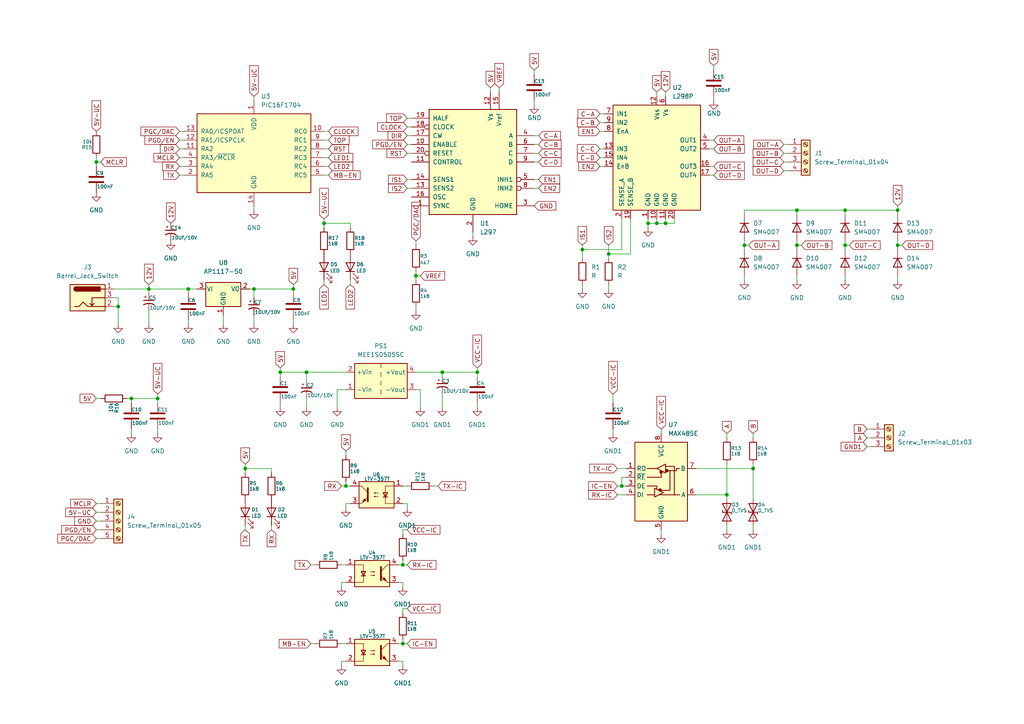
<source format=kicad_sch>
(kicad_sch (version 20211123) (generator eeschema)
  (paper "A4")
  (junction (at 116.84 186.69))
  (junction (at 43.18 83.82))
  (junction (at 180.34 140.97))
  (junction (at 193.04 64.77))
  (junction (at 120.65 80.01))
  (junction (at 34.29 88.9))
  (junction (at 54.61 83.82))
  (junction (at 245.11 71.12))
  (junction (at 116.84 163.83))
  (junction (at 210.82 143.51))
  (junction (at 245.11 60.96))
  (junction (at 260.35 60.96))
  (junction (at 93.98 64.77))
  (junction (at 218.44 135.89))
  (junction (at 190.5 64.77))
  (junction (at 27.94 46.99))
  (junction (at 260.35 71.12))
  (junction (at 100.33 140.97))
  (junction (at 85.09 83.82))
  (junction (at 38.1 115.57))
  (junction (at 88.9 107.95))
  (junction (at 168.91 72.39))
  (junction (at 231.14 71.12))
  (junction (at 45.72 115.57))
  (junction (at 176.53 73.66))
  (junction (at 215.9 71.12))
  (junction (at 71.12 135.89))
  (junction (at 128.27 107.95))
  (junction (at 231.14 60.96))
  (junction (at 73.66 83.82))
  (junction (at 81.28 107.95))
  (junction (at 187.96 64.77))
  (junction (at 138.43 107.95))
  (wire (pts (xy 180.34 63.5) (xy 180.34 72.39)))
  (wire (pts (xy 156.21 54.61) (xy 154.94 54.61)))
  (wire (pts (xy 85.09 83.82) (xy 85.09 85.09)))
  (wire (pts (xy 260.35 59.69) (xy 260.35 60.96)))
  (wire (pts (xy 179.07 143.51) (xy 181.61 143.51)))
  (wire (pts (xy 120.65 90.17) (xy 120.65 88.9)))
  (wire (pts (xy 251.46 127) (xy 252.73 127)))
  (wire (pts (xy 118.11 176.53) (xy 116.84 176.53)))
  (wire (pts (xy 101.6 66.04) (xy 101.6 64.77)))
  (wire (pts (xy 52.07 38.1) (xy 53.34 38.1)))
  (wire (pts (xy 118.11 41.91) (xy 119.38 41.91)))
  (wire (pts (xy 231.14 71.12) (xy 231.14 72.39)))
  (wire (pts (xy 190.5 63.5) (xy 190.5 64.77)))
  (wire (pts (xy 168.91 72.39) (xy 180.34 72.39)))
  (wire (pts (xy 34.29 88.9) (xy 34.29 93.98)))
  (wire (pts (xy 181.61 138.43) (xy 180.34 138.43)))
  (wire (pts (xy 100.33 146.05) (xy 100.33 147.32)))
  (wire (pts (xy 121.92 113.03) (xy 121.92 118.11)))
  (wire (pts (xy 45.72 125.73) (xy 45.72 124.46)))
  (wire (pts (xy 45.72 115.57) (xy 45.72 116.84)))
  (wire (pts (xy 116.84 191.77) (xy 116.84 193.04)))
  (wire (pts (xy 154.94 29.21) (xy 154.94 30.48)))
  (wire (pts (xy 207.01 48.26) (xy 205.74 48.26)))
  (wire (pts (xy 33.02 88.9) (xy 34.29 88.9)))
  (wire (pts (xy 144.78 25.4) (xy 144.78 26.67)))
  (wire (pts (xy 210.82 125.73) (xy 210.82 127)))
  (wire (pts (xy 215.9 69.85) (xy 215.9 71.12)))
  (wire (pts (xy 99.06 170.18) (xy 99.06 168.91)))
  (wire (pts (xy 118.11 52.07) (xy 119.38 52.07)))
  (wire (pts (xy 100.33 191.77) (xy 99.06 191.77)))
  (wire (pts (xy 71.12 135.89) (xy 71.12 137.16)))
  (wire (pts (xy 52.07 48.26) (xy 53.34 48.26)))
  (wire (pts (xy 191.77 154.94) (xy 191.77 153.67)))
  (wire (pts (xy 137.16 68.58) (xy 137.16 67.31)))
  (wire (pts (xy 27.94 151.13) (xy 29.21 151.13)))
  (wire (pts (xy 27.94 46.99) (xy 27.94 48.26)))
  (wire (pts (xy 142.24 25.4) (xy 142.24 26.67)))
  (wire (pts (xy 27.94 115.57) (xy 29.21 115.57)))
  (wire (pts (xy 88.9 107.95) (xy 88.9 110.49)))
  (wire (pts (xy 118.11 39.37) (xy 119.38 39.37)))
  (wire (pts (xy 173.99 38.1) (xy 175.26 38.1)))
  (wire (pts (xy 138.43 106.68) (xy 138.43 107.95)))
  (wire (pts (xy 93.98 45.72) (xy 95.25 45.72)))
  (wire (pts (xy 73.66 27.94) (xy 73.66 29.21)))
  (wire (pts (xy 116.84 146.05) (xy 118.11 146.05)))
  (wire (pts (xy 207.01 50.8) (xy 205.74 50.8)))
  (wire (pts (xy 210.82 143.51) (xy 210.82 144.78)))
  (wire (pts (xy 95.25 50.8) (xy 93.98 50.8)))
  (wire (pts (xy 173.99 33.02) (xy 175.26 33.02)))
  (wire (pts (xy 227.33 41.91) (xy 228.6 41.91)))
  (wire (pts (xy 168.91 71.12) (xy 168.91 72.39)))
  (wire (pts (xy 116.84 153.67) (xy 116.84 154.94)))
  (wire (pts (xy 168.91 74.93) (xy 168.91 72.39)))
  (wire (pts (xy 120.65 80.01) (xy 120.65 81.28)))
  (wire (pts (xy 201.93 135.89) (xy 218.44 135.89)))
  (wire (pts (xy 260.35 71.12) (xy 261.62 71.12)))
  (wire (pts (xy 260.35 60.96) (xy 260.35 62.23)))
  (wire (pts (xy 90.17 163.83) (xy 91.44 163.83)))
  (wire (pts (xy 215.9 62.23) (xy 215.9 60.96)))
  (wire (pts (xy 81.28 107.95) (xy 88.9 107.95)))
  (wire (pts (xy 231.14 69.85) (xy 231.14 71.12)))
  (wire (pts (xy 101.6 64.77) (xy 93.98 64.77)))
  (wire (pts (xy 231.14 60.96) (xy 231.14 62.23)))
  (wire (pts (xy 43.18 93.98) (xy 43.18 90.17)))
  (wire (pts (xy 64.77 93.98) (xy 64.77 91.44)))
  (wire (pts (xy 93.98 82.55) (xy 93.98 81.28)))
  (wire (pts (xy 95.25 43.18) (xy 93.98 43.18)))
  (wire (pts (xy 38.1 115.57) (xy 38.1 116.84)))
  (wire (pts (xy 27.94 148.59) (xy 29.21 148.59)))
  (wire (pts (xy 118.11 44.45) (xy 119.38 44.45)))
  (wire (pts (xy 116.84 168.91) (xy 116.84 170.18)))
  (wire (pts (xy 138.43 107.95) (xy 138.43 109.22)))
  (wire (pts (xy 73.66 93.98) (xy 73.66 91.44)))
  (wire (pts (xy 115.57 186.69) (xy 116.84 186.69)))
  (wire (pts (xy 207.01 40.64) (xy 205.74 40.64)))
  (wire (pts (xy 97.79 118.11) (xy 97.79 113.03)))
  (wire (pts (xy 193.04 63.5) (xy 193.04 64.77)))
  (wire (pts (xy 36.83 115.57) (xy 38.1 115.57)))
  (wire (pts (xy 27.94 45.72) (xy 27.94 46.99)))
  (wire (pts (xy 251.46 129.54) (xy 252.73 129.54)))
  (wire (pts (xy 245.11 60.96) (xy 260.35 60.96)))
  (wire (pts (xy 73.66 60.96) (xy 73.66 59.69)))
  (wire (pts (xy 245.11 69.85) (xy 245.11 71.12)))
  (wire (pts (xy 100.33 107.95) (xy 88.9 107.95)))
  (wire (pts (xy 154.94 20.32) (xy 154.94 21.59)))
  (wire (pts (xy 187.96 64.77) (xy 190.5 64.77)))
  (wire (pts (xy 190.5 64.77) (xy 193.04 64.77)))
  (wire (pts (xy 260.35 71.12) (xy 260.35 72.39)))
  (wire (pts (xy 156.21 52.07) (xy 154.94 52.07)))
  (wire (pts (xy 215.9 71.12) (xy 217.17 71.12)))
  (wire (pts (xy 195.58 63.5) (xy 195.58 64.77)))
  (wire (pts (xy 45.72 114.3) (xy 45.72 115.57)))
  (wire (pts (xy 245.11 81.28) (xy 245.11 80.01)))
  (wire (pts (xy 227.33 46.99) (xy 228.6 46.99)))
  (wire (pts (xy 88.9 118.11) (xy 88.9 115.57)))
  (wire (pts (xy 118.11 54.61) (xy 119.38 54.61)))
  (wire (pts (xy 78.74 137.16) (xy 78.74 135.89)))
  (wire (pts (xy 191.77 124.46) (xy 191.77 125.73)))
  (wire (pts (xy 85.09 93.98) (xy 85.09 92.71)))
  (wire (pts (xy 72.39 83.82) (xy 73.66 83.82)))
  (wire (pts (xy 215.9 60.96) (xy 231.14 60.96)))
  (wire (pts (xy 227.33 49.53) (xy 228.6 49.53)))
  (wire (pts (xy 38.1 115.57) (xy 45.72 115.57)))
  (wire (pts (xy 99.06 186.69) (xy 100.33 186.69)))
  (wire (pts (xy 27.94 46.99) (xy 29.21 46.99)))
  (wire (pts (xy 125.73 140.97) (xy 127 140.97)))
  (wire (pts (xy 180.34 138.43) (xy 180.34 140.97)))
  (wire (pts (xy 177.8 125.73) (xy 177.8 124.46)))
  (wire (pts (xy 118.11 140.97) (xy 116.84 140.97)))
  (wire (pts (xy 173.99 48.26) (xy 175.26 48.26)))
  (wire (pts (xy 73.66 83.82) (xy 85.09 83.82)))
  (wire (pts (xy 245.11 71.12) (xy 245.11 72.39)))
  (wire (pts (xy 52.07 40.64) (xy 53.34 40.64)))
  (wire (pts (xy 27.94 153.67) (xy 29.21 153.67)))
  (wire (pts (xy 251.46 124.46) (xy 252.73 124.46)))
  (wire (pts (xy 128.27 107.95) (xy 128.27 109.22)))
  (wire (pts (xy 193.04 26.67) (xy 193.04 27.94)))
  (wire (pts (xy 100.33 139.7) (xy 100.33 140.97)))
  (wire (pts (xy 215.9 81.28) (xy 215.9 80.01)))
  (wire (pts (xy 215.9 71.12) (xy 215.9 72.39)))
  (wire (pts (xy 180.34 140.97) (xy 181.61 140.97)))
  (wire (pts (xy 34.29 86.36) (xy 34.29 88.9)))
  (wire (pts (xy 33.02 83.82) (xy 43.18 83.82)))
  (wire (pts (xy 101.6 146.05) (xy 100.33 146.05)))
  (wire (pts (xy 100.33 140.97) (xy 101.6 140.97)))
  (wire (pts (xy 38.1 125.73) (xy 38.1 124.46)))
  (wire (pts (xy 81.28 107.95) (xy 81.28 109.22)))
  (wire (pts (xy 245.11 60.96) (xy 245.11 62.23)))
  (wire (pts (xy 218.44 125.73) (xy 218.44 127)))
  (wire (pts (xy 71.12 134.62) (xy 71.12 135.89)))
  (wire (pts (xy 176.53 74.93) (xy 176.53 73.66)))
  (wire (pts (xy 118.11 36.83) (xy 119.38 36.83)))
  (wire (pts (xy 120.65 78.74) (xy 120.65 80.01)))
  (wire (pts (xy 54.61 83.82) (xy 43.18 83.82)))
  (wire (pts (xy 218.44 135.89) (xy 218.44 144.78)))
  (wire (pts (xy 116.84 176.53) (xy 116.84 177.8)))
  (wire (pts (xy 176.53 83.82) (xy 176.53 82.55)))
  (wire (pts (xy 218.44 134.62) (xy 218.44 135.89)))
  (wire (pts (xy 120.65 80.01) (xy 121.92 80.01)))
  (wire (pts (xy 156.21 46.99) (xy 154.94 46.99)))
  (wire (pts (xy 207.01 19.05) (xy 207.01 20.32)))
  (wire (pts (xy 179.07 135.89) (xy 181.61 135.89)))
  (wire (pts (xy 52.07 43.18) (xy 53.34 43.18)))
  (wire (pts (xy 93.98 48.26) (xy 95.25 48.26)))
  (wire (pts (xy 176.53 71.12) (xy 176.53 73.66)))
  (wire (pts (xy 27.94 156.21) (xy 29.21 156.21)))
  (wire (pts (xy 115.57 191.77) (xy 116.84 191.77)))
  (wire (pts (xy 231.14 60.96) (xy 245.11 60.96)))
  (wire (pts (xy 33.02 86.36) (xy 34.29 86.36)))
  (wire (pts (xy 85.09 82.55) (xy 85.09 83.82)))
  (wire (pts (xy 100.33 130.81) (xy 100.33 132.08)))
  (wire (pts (xy 73.66 83.82) (xy 73.66 86.36)))
  (wire (pts (xy 128.27 118.11) (xy 128.27 114.3)))
  (wire (pts (xy 128.27 107.95) (xy 138.43 107.95)))
  (wire (pts (xy 118.11 34.29) (xy 119.38 34.29)))
  (wire (pts (xy 99.06 191.77) (xy 99.06 193.04)))
  (wire (pts (xy 187.96 64.77) (xy 187.96 66.04)))
  (wire (pts (xy 201.93 143.51) (xy 210.82 143.51)))
  (wire (pts (xy 116.84 162.56) (xy 116.84 163.83)))
  (wire (pts (xy 231.14 81.28) (xy 231.14 80.01)))
  (wire (pts (xy 115.57 168.91) (xy 116.84 168.91)))
  (wire (pts (xy 156.21 39.37) (xy 154.94 39.37)))
  (wire (pts (xy 156.21 44.45) (xy 154.94 44.45)))
  (wire (pts (xy 116.84 186.69) (xy 118.11 186.69)))
  (wire (pts (xy 118.11 146.05) (xy 118.11 147.32)))
  (wire (pts (xy 227.33 44.45) (xy 228.6 44.45)))
  (wire (pts (xy 138.43 118.11) (xy 138.43 116.84)))
  (wire (pts (xy 97.79 113.03) (xy 100.33 113.03)))
  (wire (pts (xy 118.11 153.67) (xy 116.84 153.67)))
  (wire (pts (xy 173.99 45.72) (xy 175.26 45.72)))
  (wire (pts (xy 52.07 50.8) (xy 53.34 50.8)))
  (wire (pts (xy 99.06 163.83) (xy 100.33 163.83)))
  (wire (pts (xy 190.5 26.67) (xy 190.5 27.94)))
  (wire (pts (xy 78.74 135.89) (xy 71.12 135.89)))
  (wire (pts (xy 116.84 185.42) (xy 116.84 186.69)))
  (wire (pts (xy 218.44 153.67) (xy 218.44 152.4)))
  (wire (pts (xy 156.21 41.91) (xy 154.94 41.91)))
  (wire (pts (xy 93.98 63.5) (xy 93.98 64.77)))
  (wire (pts (xy 52.07 45.72) (xy 53.34 45.72)))
  (wire (pts (xy 173.99 35.56) (xy 175.26 35.56)))
  (wire (pts (xy 57.15 83.82) (xy 54.61 83.82)))
  (wire (pts (xy 179.07 140.97) (xy 180.34 140.97)))
  (wire (pts (xy 176.53 73.66) (xy 182.88 73.66)))
  (wire (pts (xy 95.25 38.1) (xy 93.98 38.1)))
  (wire (pts (xy 93.98 64.77) (xy 93.98 66.04)))
  (wire (pts (xy 95.25 40.64) (xy 93.98 40.64)))
  (wire (pts (xy 99.06 140.97) (xy 100.33 140.97)))
  (wire (pts (xy 27.94 146.05) (xy 29.21 146.05)))
  (wire (pts (xy 207.01 43.18) (xy 205.74 43.18)))
  (wire (pts (xy 260.35 69.85) (xy 260.35 71.12)))
  (wire (pts (xy 115.57 163.83) (xy 116.84 163.83)))
  (wire (pts (xy 207.01 27.94) (xy 207.01 29.21)))
  (wire (pts (xy 116.84 163.83) (xy 118.11 163.83)))
  (wire (pts (xy 43.18 83.82) (xy 43.18 85.09)))
  (wire (pts (xy 120.65 69.85) (xy 120.65 71.12)))
  (wire (pts (xy 54.61 83.82) (xy 54.61 85.09)))
  (wire (pts (xy 260.35 81.28) (xy 260.35 80.01)))
  (wire (pts (xy 245.11 71.12) (xy 246.38 71.12)))
  (wire (pts (xy 173.99 43.18) (xy 175.26 43.18)))
  (wire (pts (xy 210.82 134.62) (xy 210.82 143.51)))
  (wire (pts (xy 187.96 63.5) (xy 187.96 64.77)))
  (wire (pts (xy 182.88 63.5) (xy 182.88 73.66)))
  (wire (pts (xy 71.12 153.67) (xy 71.12 152.4)))
  (wire (pts (xy 81.28 106.68) (xy 81.28 107.95)))
  (wire (pts (xy 210.82 153.67) (xy 210.82 152.4)))
  (wire (pts (xy 81.28 118.11) (xy 81.28 116.84)))
  (wire (pts (xy 177.8 114.3) (xy 177.8 116.84)))
  (wire (pts (xy 120.65 107.95) (xy 128.27 107.95)))
  (wire (pts (xy 43.18 82.55) (xy 43.18 83.82)))
  (wire (pts (xy 101.6 82.55) (xy 101.6 81.28)))
  (wire (pts (xy 231.14 71.12) (xy 232.41 71.12)))
  (wire (pts (xy 54.61 93.98) (xy 54.61 92.71)))
  (wire (pts (xy 78.74 153.67) (xy 78.74 152.4)))
  (wire (pts (xy 99.06 168.91) (xy 100.33 168.91)))
  (wire (pts (xy 193.04 64.77) (xy 195.58 64.77)))
  (wire (pts (xy 168.91 83.82) (xy 168.91 82.55)))
  (wire (pts (xy 90.17 186.69) (xy 91.44 186.69)))
  (wire (pts (xy 120.65 113.03) (xy 121.92 113.03)))
  (global_label "PGC{slash}DAC" (shape input) (at 27.94 156.21 180) (property "Intersheet References" "${INTERSHEET_REFS}" (effects hide)))
  (global_label "IS1" (shape input) (at 168.91 71.12 90) (property "Intersheet References" "${INTERSHEET_REFS}" (effects hide)))
  (global_label "OUT-D" (shape input) (at 261.62 71.12 0) (property "Intersheet References" "${INTERSHEET_REFS}" (effects hide)))
  (global_label "5V-UC" (shape input) (at 93.98 63.5 90) (property "Intersheet References" "${INTERSHEET_REFS}" (effects hide)))
  (global_label "MB-EN" (shape input) (at 90.17 186.69 180) (property "Intersheet References" "${INTERSHEET_REFS}" (effects hide)))
  (global_label "IC-EN" (shape input) (at 179.07 140.97 180) (property "Intersheet References" "${INTERSHEET_REFS}" (effects hide)))
  (global_label "CLOCK" (shape input) (at 95.25 38.1 0) (property "Intersheet References" "${INTERSHEET_REFS}" (effects hide)))
  (global_label "RX" (shape input) (at 99.06 140.97 180) (property "Intersheet References" "${INTERSHEET_REFS}" (effects hide)))
  (global_label "C-A" (shape input) (at 156.21 39.37 0) (property "Intersheet References" "${INTERSHEET_REFS}" (effects hide)))
  (global_label "OUT-C" (shape input) (at 227.33 46.99 180) (property "Intersheet References" "${INTERSHEET_REFS}" (effects hide)))
  (global_label "B" (shape input) (at 251.46 124.46 180) (property "Intersheet References" "${INTERSHEET_REFS}" (effects hide)))
  (global_label "MB-EN" (shape input) (at 95.25 50.8 0) (property "Intersheet References" "${INTERSHEET_REFS}" (effects hide)))
  (global_label "GND" (shape input) (at 27.94 151.13 180) (property "Intersheet References" "${INTERSHEET_REFS}" (effects hide)))
  (global_label "A" (shape input) (at 210.82 125.73 90) (property "Intersheet References" "${INTERSHEET_REFS}" (effects hide)))
  (global_label "TOP" (shape input) (at 118.11 34.29 180) (property "Intersheet References" "${INTERSHEET_REFS}" (effects hide)))
  (global_label "CLOCK" (shape input) (at 118.11 36.83 180) (property "Intersheet References" "${INTERSHEET_REFS}" (effects hide)))
  (global_label "OUT-B" (shape input) (at 232.41 71.12 0) (property "Intersheet References" "${INTERSHEET_REFS}" (effects hide)))
  (global_label "5V" (shape input) (at 27.94 115.57 180) (property "Intersheet References" "${INTERSHEET_REFS}" (effects hide)))
  (global_label "EN1" (shape input) (at 156.21 52.07 0) (property "Intersheet References" "${INTERSHEET_REFS}" (effects hide)))
  (global_label "OUT-B" (shape input) (at 227.33 44.45 180) (property "Intersheet References" "${INTERSHEET_REFS}" (effects hide)))
  (global_label "VREF" (shape input) (at 144.78 25.4 90) (property "Intersheet References" "${INTERSHEET_REFS}" (effects hide)))
  (global_label "LED2" (shape input) (at 95.25 48.26 0) (property "Intersheet References" "${INTERSHEET_REFS}" (effects hide)))
  (global_label "5V" (shape input) (at 207.01 19.05 90) (property "Intersheet References" "${INTERSHEET_REFS}" (effects hide)))
  (global_label "RX" (shape input) (at 78.74 153.67 270) (property "Intersheet References" "${INTERSHEET_REFS}" (effects hide)))
  (global_label "DIR" (shape input) (at 118.11 39.37 180) (property "Intersheet References" "${INTERSHEET_REFS}" (effects hide)))
  (global_label "VCC-IC" (shape input) (at 177.8 114.3 90) (property "Intersheet References" "${INTERSHEET_REFS}" (effects hide)))
  (global_label "5V-UC" (shape input) (at 27.94 38.1 90) (property "Intersheet References" "${INTERSHEET_REFS}" (effects hide)))
  (global_label "RST" (shape input) (at 95.25 43.18 0) (property "Intersheet References" "${INTERSHEET_REFS}" (effects hide)))
  (global_label "TX" (shape input) (at 90.17 163.83 180) (property "Intersheet References" "${INTERSHEET_REFS}" (effects hide)))
  (global_label "GND1" (shape input) (at 251.46 129.54 180) (property "Intersheet References" "${INTERSHEET_REFS}" (effects hide)))
  (global_label "VCC-IC" (shape input) (at 118.11 176.53 0) (property "Intersheet References" "${INTERSHEET_REFS}" (effects hide)))
  (global_label "OUT-A" (shape input) (at 227.33 41.91 180) (property "Intersheet References" "${INTERSHEET_REFS}" (effects hide)))
  (global_label "TOP" (shape input) (at 95.25 40.64 0) (property "Intersheet References" "${INTERSHEET_REFS}" (effects hide)))
  (global_label "C-B" (shape input) (at 173.99 35.56 180) (property "Intersheet References" "${INTERSHEET_REFS}" (effects hide)))
  (global_label "C-A" (shape input) (at 173.99 33.02 180) (property "Intersheet References" "${INTERSHEET_REFS}" (effects hide)))
  (global_label "12V" (shape input) (at 260.35 59.69 90) (property "Intersheet References" "${INTERSHEET_REFS}" (effects hide)))
  (global_label "5V" (shape input) (at 71.12 134.62 90) (property "Intersheet References" "${INTERSHEET_REFS}" (effects hide)))
  (global_label "5V" (shape input) (at 142.24 25.4 90) (property "Intersheet References" "${INTERSHEET_REFS}" (effects hide)))
  (global_label "IC-EN" (shape input) (at 118.11 186.69 0) (property "Intersheet References" "${INTERSHEET_REFS}" (effects hide)))
  (global_label "PGC{slash}DAC" (shape input) (at 52.07 38.1 180) (property "Intersheet References" "${INTERSHEET_REFS}" (effects hide)))
  (global_label "C-B" (shape input) (at 156.21 41.91 0) (property "Intersheet References" "${INTERSHEET_REFS}" (effects hide)))
  (global_label "TX-IC" (shape input) (at 127 140.97 0) (property "Intersheet References" "${INTERSHEET_REFS}" (effects hide)))
  (global_label "5V-UC" (shape input) (at 27.94 148.59 180) (property "Intersheet References" "${INTERSHEET_REFS}" (effects hide)))
  (global_label "12V" (shape input) (at 43.18 82.55 90) (property "Intersheet References" "${INTERSHEET_REFS}" (effects hide)))
  (global_label "EN1" (shape input) (at 173.99 38.1 180) (property "Intersheet References" "${INTERSHEET_REFS}" (effects hide)))
  (global_label "LED1" (shape input) (at 95.25 45.72 0) (property "Intersheet References" "${INTERSHEET_REFS}" (effects hide)))
  (global_label "C-D" (shape input) (at 173.99 45.72 180) (property "Intersheet References" "${INTERSHEET_REFS}" (effects hide)))
  (global_label "TX-IC" (shape input) (at 179.07 135.89 180) (property "Intersheet References" "${INTERSHEET_REFS}" (effects hide)))
  (global_label "PGD{slash}EN" (shape input) (at 52.07 40.64 180) (property "Intersheet References" "${INTERSHEET_REFS}" (effects hide)))
  (global_label "5V" (shape input) (at 85.09 82.55 90) (property "Intersheet References" "${INTERSHEET_REFS}" (effects hide)))
  (global_label "12V" (shape input) (at 49.53 64.77 90) (property "Intersheet References" "${INTERSHEET_REFS}" (effects hide)))
  (global_label "VCC-IC" (shape input) (at 118.11 153.67 0) (property "Intersheet References" "${INTERSHEET_REFS}" (effects hide)))
  (global_label "OUT-C" (shape input) (at 246.38 71.12 0) (property "Intersheet References" "${INTERSHEET_REFS}" (effects hide)))
  (global_label "OUT-A" (shape input) (at 207.01 40.64 0) (property "Intersheet References" "${INTERSHEET_REFS}" (effects hide)))
  (global_label "IS1" (shape input) (at 118.11 52.07 180) (property "Intersheet References" "${INTERSHEET_REFS}" (effects hide)))
  (global_label "RX" (shape input) (at 52.07 48.26 180) (property "Intersheet References" "${INTERSHEET_REFS}" (effects hide)))
  (global_label "OUT-B" (shape input) (at 207.01 43.18 0) (property "Intersheet References" "${INTERSHEET_REFS}" (effects hide)))
  (global_label "C-D" (shape input) (at 156.21 46.99 0) (property "Intersheet References" "${INTERSHEET_REFS}" (effects hide)))
  (global_label "VCC-IC" (shape input) (at 138.43 106.68 90) (property "Intersheet References" "${INTERSHEET_REFS}" (effects hide)))
  (global_label "RX-IC" (shape input) (at 118.11 163.83 0) (property "Intersheet References" "${INTERSHEET_REFS}" (effects hide)))
  (global_label "5V" (shape input) (at 81.28 106.68 90) (property "Intersheet References" "${INTERSHEET_REFS}" (effects hide)))
  (global_label "IS2" (shape input) (at 118.11 54.61 180) (property "Intersheet References" "${INTERSHEET_REFS}" (effects hide)))
  (global_label "MCLR" (shape input) (at 27.94 146.05 180) (property "Intersheet References" "${INTERSHEET_REFS}" (effects hide)))
  (global_label "5V" (shape input) (at 100.33 130.81 90) (property "Intersheet References" "${INTERSHEET_REFS}" (effects hide)))
  (global_label "PGC{slash}DAC" (shape input) (at 120.65 69.85 90) (property "Intersheet References" "${INTERSHEET_REFS}" (effects hide)))
  (global_label "5V" (shape input) (at 190.5 26.67 90) (property "Intersheet References" "${INTERSHEET_REFS}" (effects hide)))
  (global_label "MCLR" (shape input) (at 29.21 46.99 0) (property "Intersheet References" "${INTERSHEET_REFS}" (effects hide)))
  (global_label "EN2" (shape input) (at 156.21 54.61 0) (property "Intersheet References" "${INTERSHEET_REFS}" (effects hide)))
  (global_label "TX" (shape input) (at 52.07 50.8 180) (property "Intersheet References" "${INTERSHEET_REFS}" (effects hide)))
  (global_label "EN2" (shape input) (at 173.99 48.26 180) (property "Intersheet References" "${INTERSHEET_REFS}" (effects hide)))
  (global_label "VCC-IC" (shape input) (at 191.77 124.46 90) (property "Intersheet References" "${INTERSHEET_REFS}" (effects hide)))
  (global_label "LED1" (shape input) (at 93.98 82.55 270) (property "Intersheet References" "${INTERSHEET_REFS}" (effects hide)))
  (global_label "MCLR" (shape input) (at 52.07 45.72 180) (property "Intersheet References" "${INTERSHEET_REFS}" (effects hide)))
  (global_label "DIR" (shape input) (at 52.07 43.18 180) (property "Intersheet References" "${INTERSHEET_REFS}" (effects hide)))
  (global_label "5V-UC" (shape input) (at 73.66 27.94 90) (property "Intersheet References" "${INTERSHEET_REFS}" (effects hide)))
  (global_label "LED2" (shape input) (at 101.6 82.55 270) (property "Intersheet References" "${INTERSHEET_REFS}" (effects hide)))
  (global_label "A" (shape input) (at 251.46 127 180) (property "Intersheet References" "${INTERSHEET_REFS}" (effects hide)))
  (global_label "OUT-D" (shape input) (at 227.33 49.53 180) (property "Intersheet References" "${INTERSHEET_REFS}" (effects hide)))
  (global_label "OUT-A" (shape input) (at 217.17 71.12 0) (property "Intersheet References" "${INTERSHEET_REFS}" (effects hide)))
  (global_label "RST" (shape input) (at 118.11 44.45 180) (property "Intersheet References" "${INTERSHEET_REFS}" (effects hide)))
  (global_label "TX" (shape input) (at 71.12 153.67 270) (property "Intersheet References" "${INTERSHEET_REFS}" (effects hide)))
  (global_label "C-C" (shape input) (at 173.99 43.18 180) (property "Intersheet References" "${INTERSHEET_REFS}" (effects hide)))
  (global_label "GND" (shape input) (at 154.94 59.69 0) (property "Intersheet References" "${INTERSHEET_REFS}" (effects hide)))
  (global_label "VREF" (shape input) (at 121.92 80.01 0) (property "Intersheet References" "${INTERSHEET_REFS}" (effects hide)))
  (global_label "PGD{slash}EN" (shape input) (at 27.94 153.67 180) (property "Intersheet References" "${INTERSHEET_REFS}" (effects hide)))
  (global_label "5V" (shape input) (at 154.94 20.32 90) (property "Intersheet References" "${INTERSHEET_REFS}" (effects hide)))
  (global_label "B" (shape input) (at 218.44 125.73 90) (property "Intersheet References" "${INTERSHEET_REFS}" (effects hide)))
  (global_label "5V-UC" (shape input) (at 45.72 114.3 90) (property "Intersheet References" "${INTERSHEET_REFS}" (effects hide)))
  (global_label "PGD{slash}EN" (shape input) (at 118.11 41.91 180) (property "Intersheet References" "${INTERSHEET_REFS}" (effects hide)))
  (global_label "OUT-C" (shape input) (at 207.01 48.26 0) (property "Intersheet References" "${INTERSHEET_REFS}" (effects hide)))
  (global_label "12V" (shape input) (at 193.04 26.67 90) (property "Intersheet References" "${INTERSHEET_REFS}" (effects hide)))
  (global_label "OUT-D" (shape input) (at 207.01 50.8 0) (property "Intersheet References" "${INTERSHEET_REFS}" (effects hide)))
  (global_label "C-C" (shape input) (at 156.21 44.45 0) (property "Intersheet References" "${INTERSHEET_REFS}" (effects hide)))
  (global_label "IS2" (shape input) (at 176.53 71.12 90) (property "Intersheet References" "${INTERSHEET_REFS}" (effects hide)))
  (global_label "RX-IC" (shape input) (at 179.07 143.51 180) (property "Intersheet References" "${INTERSHEET_REFS}" (effects hide)))
  (symbol (lib_id "Device:C") (at 207.01 24.13 0) (unit 1)
    (property "Reference" "C15" (at 206.97 22.2845 0) (effects (font (size 1 1)) (justify left)))
    (property "Value" "100nF" (at 207.1632 26.1728 0) (effects (font (size 1 1)) (justify left)))
    (property "Footprint" "Capacitor_SMD:C_0805_2012Metric" (effects hide))
  )
  (symbol (lib_id "power:GND") (at 64.77 93.98 0) (unit 1)
    (property "Reference" "#PWR024" (effects hide))
    (property "Value" "GND" (at 64.77 99.06 0))
  )
  (symbol (lib_id "power:GND") (at 81.28 118.11 0) (unit 1)
    (property "Reference" "#PWR07" (effects hide))
    (property "Value" "GND" (at 81.28 123.19 0))
  )
  (symbol (lib_id "Device:LED") (at 71.12 148.59 90) (unit 1)
    (property "Reference" "D1" (at 72.9204 147.8007 90) (effects (font (size 1 1)) (justify right)))
    (property "Value" "LED" (at 72.8442 149.6311 90) (effects (font (size 1 1)) (justify right)))
    (property "Footprint" "LED_SMD:LED_0805_2012Metric" (effects hide))
  )
  (symbol (lib_id "Device:R") (at 93.98 69.85 0) (unit 1)
    (property "Reference" "R17" (at 95.1489 69.0566 0) (effects (font (size 1 1)) (justify left)))
    (property "Value" "1k8" (at 95.1172 70.6773 0) (effects (font (size 1 1)) (justify left)))
    (property "Footprint" "Resistor_SMD:R_0805_2012Metric" (effects hide))
  )
  (symbol (lib_id "Diode:SM4007") (at 245.11 66.04 270) (unit 1)
    (property "Reference" "D11" (at 247.65 64.7699 90) (effects (justify left)))
    (property "Value" "SM4007" (at 247.65 67.3099 90) (effects (justify left)))
    (property "Footprint" "Diode_SMD:D_MELF" (effects hide))
    (property "Datasheet" "http://cdn-reichelt.de/documents/datenblatt/A400/SMD1N400%23DIO.pdf" (effects hide))
  )
  (symbol (lib_id "Driver_Motor:L298P") (at 190.5 45.72 0) (unit 1)
    (property "Reference" "U2" (at 195.0594 25.4 0) (effects (justify left)))
    (property "Value" "L298P" (at 195.0594 27.94 0) (effects (justify left)))
    (property "Footprint" "Package_SO:HSOP-20-1EP_11.0x15.9mm_P1.27mm_SlugDown_ThermalVias" (effects hide))
    (property "Datasheet" "http://www.st.com/st-web-ui/static/active/en/resource/technical/document/datasheet/CD00000240.pdf" (effects hide))
  )
  (symbol (lib_id "power:GND") (at 215.9 81.28 0) (unit 1)
    (property "Reference" "#PWR032" (effects hide))
    (property "Value" "GND" (at 215.9 86.36 0))
  )
  (symbol (lib_id "Device:R") (at 95.25 186.69 90) (unit 1)
    (property "Reference" "R7" (at 94.4566 185.5211 0) (effects (font (size 1 1)) (justify left)))
    (property "Value" "1k8" (at 96.0773 185.5528 0) (effects (font (size 1 1)) (justify left)))
    (property "Footprint" "Resistor_SMD:R_0805_2012Metric" (effects hide))
  )
  (symbol (lib_id "power:GND") (at 49.53 69.85 0) (unit 1)
    (property "Reference" "#PWR037" (effects hide))
    (property "Value" "GND" (at 49.53 74.93 0))
  )
  (symbol (lib_id "Device:R") (at 120.65 85.09 0) (unit 1)
    (property "Reference" "R4" (at 121.8189 84.2966 0) (effects (font (size 1 1)) (justify left)))
    (property "Value" "1k8" (at 121.7872 85.9173 0) (effects (font (size 1 1)) (justify left)))
    (property "Footprint" "Resistor_SMD:R_0805_2012Metric" (effects hide))
  )
  (symbol (lib_id "Interface_UART:MAX485E") (at 191.77 138.43 0) (unit 1)
    (property "Reference" "U7" (at 193.7894 123.19 0) (effects (justify left)))
    (property "Value" "MAX485E" (at 193.7894 125.73 0) (effects (justify left)))
    (property "Footprint" "Package_SO:PowerIntegrations_SO-8" (effects hide))
    (property "Datasheet" "https://datasheets.maximintegrated.com/en/ds/MAX1487E-MAX491E.pdf" (effects hide))
  )
  (symbol (lib_id "power:GND") (at 168.91 83.82 0) (unit 1)
    (property "Reference" "#PWR01" (effects hide))
    (property "Value" "GND" (at 168.91 88.9 0))
  )
  (symbol (lib_id "Device:R") (at 120.65 74.93 0) (unit 1)
    (property "Reference" "R3" (at 121.8106 74.2955 0) (effects (font (size 1 1)) (justify left)))
    (property "Value" "4k7" (at 121.8106 76.1757 0) (effects (font (size 1 1)) (justify left)))
    (property "Footprint" "Resistor_SMD:R_0805_2012Metric" (effects hide))
  )
  (symbol (lib_id "Device:R") (at 168.91 78.74 0) (unit 1)
    (property "Reference" "R1" (at 171.45 77.4699 0) (effects (justify left)))
    (property "Value" "R" (at 171.45 80.0099 0) (effects (justify left)))
    (property "Footprint" "Resistor_SMD:R_2512_6332Metric" (effects hide))
  )
  (symbol (lib_id "power:GND") (at 187.96 66.04 0) (unit 1)
    (property "Reference" "#PWR03" (effects hide))
    (property "Value" "GND" (at 187.96 71.12 0))
  )
  (symbol (lib_id "power:GND") (at 73.66 60.96 0) (unit 1)
    (property "Reference" "#PWR04" (effects hide))
    (property "Value" "GND" (at 73.66 66.04 0))
  )
  (symbol (lib_id "power:GND") (at 34.29 93.98 0) (unit 1)
    (property "Reference" "#PWR027" (effects hide))
    (property "Value" "GND" (at 34.29 99.06 0))
  )
  (symbol (lib_id "Connector:Barrel_Jack_Switch") (at 25.4 86.36 0) (unit 1)
    (property "Reference" "J3" (at 25.4 77.47 0))
    (property "Value" "Barrel_Jack_Switch" (at 25.4 80.01 0))
    (property "Footprint" "Connector_BarrelJack:BarrelJack_GCT_DCJ200-10-A_Horizontal" (effects hide))
  )
  (symbol (lib_id "power:GND1") (at 116.84 170.18 0) (unit 1)
    (property "Reference" "#PWR013" (effects hide))
    (property "Value" "GND1" (at 116.84 175.26 0))
  )
  (symbol (lib_id "Diode:SM4007") (at 215.9 66.04 270) (unit 1)
    (property "Reference" "D7" (at 218.44 64.7699 90) (effects (justify left)))
    (property "Value" "SM4007" (at 218.44 67.3099 90) (effects (justify left)))
    (property "Footprint" "Diode_SMD:D_MELF" (effects hide))
    (property "Datasheet" "http://cdn-reichelt.de/documents/datenblatt/A400/SMD1N400%23DIO.pdf" (effects hide))
  )
  (symbol (lib_id "Device:C") (at 177.8 120.65 0) (unit 1)
    (property "Reference" "C12" (at 177.76 118.8045 0) (effects (font (size 1 1)) (justify left)))
    (property "Value" "100nF" (at 177.9532 122.6928 0) (effects (font (size 1 1)) (justify left)))
    (property "Footprint" "Capacitor_SMD:C_0805_2012Metric" (effects hide))
  )
  (symbol (lib_id "power:GND") (at 231.14 81.28 0) (unit 1)
    (property "Reference" "#PWR033" (effects hide))
    (property "Value" "GND" (at 231.14 86.36 0))
  )
  (symbol (lib_id "Device:R") (at 116.84 181.61 0) (unit 1)
    (property "Reference" "R11" (at 118.0089 180.8166 0) (effects (font (size 1 1)) (justify left)))
    (property "Value" "1k8" (at 117.9772 182.4373 0) (effects (font (size 1 1)) (justify left)))
    (property "Footprint" "Resistor_SMD:R_0805_2012Metric" (effects hide))
  )
  (symbol (lib_id "power:GND1") (at 177.8 125.73 0) (unit 1)
    (property "Reference" "#PWR031" (effects hide))
    (property "Value" "GND1" (at 177.8 130.81 0))
  )
  (symbol (lib_id "power:GND") (at 99.06 193.04 0) (unit 1)
    (property "Reference" "#PWR011" (effects hide))
    (property "Value" "GND" (at 99.06 198.12 0))
  )
  (symbol (lib_id "Converter_DCDC:MEE1S0505SC") (at 110.49 110.49 0) (unit 1)
    (property "Reference" "PS1" (at 110.49 100.33 0))
    (property "Value" "MEE1S0505SC" (at 110.49 102.87 0))
    (property "Footprint" "Converter_DCDC:Converter_DCDC_Murata_MEE1SxxxxSC_THT" (effects hide))
    (property "Datasheet" "https://power.murata.com/pub/data/power/ncl/kdc_mee1.pdf" (effects hide))
  )
  (symbol (lib_id "power:GND") (at 45.72 125.73 0) (unit 1)
    (property "Reference" "#PWR030" (effects hide))
    (property "Value" "GND" (at 45.72 130.81 0))
  )
  (symbol (lib_id "power:GND") (at 38.1 125.73 0) (unit 1)
    (property "Reference" "#PWR029" (effects hide))
    (property "Value" "GND" (at 38.1 130.81 0))
  )
  (symbol (lib_id "power:GND") (at 260.35 81.28 0) (unit 1)
    (property "Reference" "#PWR035" (effects hide))
    (property "Value" "GND" (at 260.35 86.36 0))
  )
  (symbol (lib_id "power:GND") (at 154.94 30.48 0) (unit 1)
    (property "Reference" "#PWR036" (effects hide))
    (property "Value" "GND" (at 155.0226 34.1659 0))
  )
  (symbol (lib_id "power:GND") (at 88.9 118.11 0) (unit 1)
    (property "Reference" "#PWR08" (effects hide))
    (property "Value" "GND" (at 88.9 123.19 0))
  )
  (symbol (lib_id "Device:C") (at 154.94 25.4 0) (unit 1)
    (property "Reference" "C13" (at 154.9 23.5545 0) (effects (font (size 1 1)) (justify left)))
    (property "Value" "100nF" (at 155.0932 27.4428 0) (effects (font (size 1 1)) (justify left)))
    (property "Footprint" "Capacitor_SMD:C_0805_2012Metric" (effects hide))
  )
  (symbol (lib_id "Connector:Screw_Terminal_01x05") (at 34.29 151.13 0) (unit 1)
    (property "Reference" "J4" (at 36.83 149.8599 0) (effects (justify left)))
    (property "Value" "Screw_Terminal_01x05" (at 36.83 152.3999 0) (effects (justify left)))
    (property "Footprint" "Connector_PinHeader_2.54mm:PinHeader_1x05_P2.54mm_Vertical" (effects hide))
  )
  (symbol (lib_id "Device:C_Polarized_Small_US") (at 88.9 113.03 0) (unit 1)
    (property "Reference" "C2" (at 88.9 111.76 0) (effects (font (size 1 1)) (justify left)))
    (property "Value" "10Uf/10V" (at 89.0925 114.6767 0) (effects (font (size 1 1)) (justify left)))
    (property "Footprint" "Capacitor_SMD:CP_Elec_4x5.8" (effects hide))
  )
  (symbol (lib_id "power:GND") (at 100.33 147.32 0) (unit 1)
    (property "Reference" "#PWR012" (effects hide))
    (property "Value" "GND" (at 100.33 152.4 0))
  )
  (symbol (lib_id "power:GND") (at 27.94 55.88 0) (unit 1)
    (property "Reference" "#PWR028" (effects hide))
    (property "Value" "GND" (at 27.94 60.96 0))
  )
  (symbol (lib_id "power:GND") (at 97.79 118.11 0) (unit 1)
    (property "Reference" "#PWR09" (effects hide))
    (property "Value" "GND" (at 97.79 123.19 0))
  )
  (symbol (lib_id "Driver_Motor:L297") (at 137.16 46.99 0) (unit 1)
    (property "Reference" "U1" (at 139.1794 64.77 0) (effects (justify left)))
    (property "Value" "L297" (at 139.1794 67.31 0) (effects (justify left)))
    (property "Footprint" "Package_SO:HSOP-20-1EP_11.0x15.9mm_P1.27mm_SlugUp" (effects hide))
    (property "Datasheet" "www.st.com/resource/en/datasheet/cd00000063.pdf" (effects hide))
  )
  (symbol (lib_id "Diode:SM4007") (at 231.14 66.04 270) (unit 1)
    (property "Reference" "D9" (at 233.68 64.7699 90) (effects (justify left)))
    (property "Value" "SM4007" (at 233.68 67.3099 90) (effects (justify left)))
    (property "Footprint" "Diode_SMD:D_MELF" (effects hide))
    (property "Datasheet" "http://cdn-reichelt.de/documents/datenblatt/A400/SMD1N400%23DIO.pdf" (effects hide))
  )
  (symbol (lib_id "Device:R") (at 218.44 130.81 0) (unit 1)
    (property "Reference" "R14" (at 219.6089 130.0166 0) (effects (font (size 1 1)) (justify left)))
    (property "Value" "1k8" (at 219.5772 131.6373 0) (effects (font (size 1 1)) (justify left)))
    (property "Footprint" "Resistor_SMD:R_0805_2012Metric" (effects hide))
  )
  (symbol (lib_id "Diode:SM4007") (at 260.35 76.2 270) (unit 1)
    (property "Reference" "D14" (at 262.89 74.9299 90) (effects (justify left)))
    (property "Value" "SM4007" (at 262.89 77.4699 90) (effects (justify left)))
    (property "Footprint" "Diode_SMD:D_MELF" (effects hide))
    (property "Datasheet" "http://cdn-reichelt.de/documents/datenblatt/A400/SMD1N400%23DIO.pdf" (effects hide))
  )
  (symbol (lib_id "power:GND") (at 176.53 83.82 0) (unit 1)
    (property "Reference" "#PWR02" (effects hide))
    (property "Value" "GND" (at 176.53 88.9 0))
  )
  (symbol (lib_id "power:GND") (at 85.09 93.98 0) (unit 1)
    (property "Reference" "#PWR026" (effects hide))
    (property "Value" "GND" (at 85.09 99.06 0))
  )
  (symbol (lib_id "Device:C_Polarized_Small_US") (at 43.18 87.63 0) (unit 1)
    (property "Reference" "C5" (at 43.18 86.36 0) (effects (font (size 1 1)) (justify left)))
    (property "Value" "10Uf/10V" (at 43.3725 89.2767 0) (effects (font (size 1 1)) (justify left)))
    (property "Footprint" "Capacitor_SMD:CP_Elec_6.3x3" (effects hide))
  )
  (symbol (lib_id "Device:C") (at 85.09 88.9 0) (unit 1)
    (property "Reference" "C8" (at 85.05 87.0545 0) (effects (font (size 1 1)) (justify left)))
    (property "Value" "100nF" (at 85.2432 90.9428 0) (effects (font (size 1 1)) (justify left)))
    (property "Footprint" "Capacitor_SMD:C_0805_2012Metric" (effects hide))
  )
  (symbol (lib_id "Diode:SM4007") (at 231.14 76.2 270) (unit 1)
    (property "Reference" "D10" (at 233.68 74.9299 90) (effects (justify left)))
    (property "Value" "SM4007" (at 233.68 77.4699 90) (effects (justify left)))
    (property "Footprint" "Diode_SMD:D_MELF" (effects hide))
    (property "Datasheet" "http://cdn-reichelt.de/documents/datenblatt/A400/SMD1N400%23DIO.pdf" (effects hide))
  )
  (symbol (lib_id "Device:C_Polarized_Small_US") (at 128.27 111.76 0) (unit 1)
    (property "Reference" "C3" (at 128.27 110.49 0) (effects (font (size 1 1)) (justify left)))
    (property "Value" "10Uf/10V" (at 128.4625 113.4067 0) (effects (font (size 1 1)) (justify left)))
    (property "Footprint" "Capacitor_SMD:CP_Elec_4x5.8" (effects hide))
  )
  (symbol (lib_id "Diode:SM4007") (at 245.11 76.2 270) (unit 1)
    (property "Reference" "D12" (at 247.65 74.9299 90) (effects (justify left)))
    (property "Value" "SM4007" (at 247.65 77.4699 90) (effects (justify left)))
    (property "Footprint" "Diode_SMD:D_MELF" (effects hide))
    (property "Datasheet" "http://cdn-reichelt.de/documents/datenblatt/A400/SMD1N400%23DIO.pdf" (effects hide))
  )
  (symbol (lib_id "Device:R") (at 27.94 41.91 180) (unit 1)
    (property "Reference" "R15" (at 26.7711 42.7034 0) (effects (font (size 1 1)) (justify left)))
    (property "Value" "10k" (at 26.8028 41.0827 0) (effects (font (size 1 1)) (justify left)))
    (property "Footprint" "Resistor_SMD:R_0805_2012Metric" (effects hide))
  )
  (symbol (lib_id "Device:C_Polarized_Small_US") (at 49.53 67.31 0) (unit 1)
    (property "Reference" "C14" (at 49.53 66.04 0) (effects (font (size 1 1)) (justify left)))
    (property "Value" "10Uf/10V" (at 49.7225 68.9567 0) (effects (font (size 1 1)) (justify left)))
    (property "Footprint" "Capacitor_SMD:CP_Elec_10x14.3" (effects hide))
  )
  (symbol (lib_id "power:GND") (at 137.16 68.58 0) (unit 1)
    (property "Reference" "#PWR06" (effects hide))
    (property "Value" "GND" (at 137.16 73.66 0))
  )
  (symbol (lib_id "power:GND1") (at 121.92 118.11 0) (unit 1)
    (property "Reference" "#PWR016" (effects hide))
    (property "Value" "GND1" (at 121.92 123.19 0))
  )
  (symbol (lib_id "Device:LED") (at 93.98 77.47 90) (unit 1)
    (property "Reference" "D5" (at 95.7804 76.6807 90) (effects (font (size 1 1)) (justify right)))
    (property "Value" "LED" (at 95.7042 78.5111 90) (effects (font (size 1 1)) (justify right)))
    (property "Footprint" "LED_SMD:LED_0805_2012Metric" (effects hide))
  )
  (symbol (lib_id "Device:R") (at 101.6 69.85 0) (unit 1)
    (property "Reference" "R18" (at 102.7689 69.0566 0) (effects (font (size 1 1)) (justify left)))
    (property "Value" "1k8" (at 102.7372 70.6773 0) (effects (font (size 1 1)) (justify left)))
    (property "Footprint" "Resistor_SMD:R_0805_2012Metric" (effects hide))
  )
  (symbol (lib_id "Diode:SM4007") (at 215.9 76.2 270) (unit 1)
    (property "Reference" "D8" (at 218.44 74.9299 90) (effects (justify left)))
    (property "Value" "SM4007" (at 218.44 77.4699 90) (effects (justify left)))
    (property "Footprint" "Diode_SMD:D_MELF" (effects hide))
    (property "Datasheet" "http://cdn-reichelt.de/documents/datenblatt/A400/SMD1N400%23DIO.pdf" (effects hide))
  )
  (symbol (lib_id "power:GND1") (at 116.84 193.04 0) (unit 1)
    (property "Reference" "#PWR014" (effects hide))
    (property "Value" "GND1" (at 116.84 198.12 0))
  )
  (symbol (lib_id "power:GND1") (at 118.11 147.32 0) (unit 1)
    (property "Reference" "#PWR015" (effects hide))
    (property "Value" "GND1" (at 118.11 152.4 0))
  )
  (symbol (lib_id "Componentes:PIC16F1704") (at 73.66 49.53 0) (unit 1)
    (property "Reference" "U3" (at 75.6794 27.94 0) (effects (justify left)))
    (property "Value" "PIC16F1704" (at 75.6794 30.48 0) (effects (justify left)))
    (property "Footprint" "Package_SO:SO-14_3.9x8.65mm_P1.27mm" (effects hide))
    (property "Datasheet" "http://ww1.microchip.com/downloads/en/DeviceDoc/41586A.pdf" (effects hide))
  )
  (symbol (lib_id "Device:C_Polarized_Small_US") (at 73.66 88.9 0) (unit 1)
    (property "Reference" "C7" (at 73.66 87.63 0) (effects (font (size 1 1)) (justify left)))
    (property "Value" "10Uf/10V" (at 73.8525 90.5467 0) (effects (font (size 1 1)) (justify left)))
    (property "Footprint" "Capacitor_SMD:CP_Elec_5x4.4" (effects hide))
  )
  (symbol (lib_id "power:GND") (at 245.11 81.28 0) (unit 1)
    (property "Reference" "#PWR034" (effects hide))
    (property "Value" "GND" (at 245.11 86.36 0))
  )
  (symbol (lib_id "Device:D_TVS") (at 210.82 148.59 90) (unit 1)
    (property "Reference" "D3" (at 212.1894 146.4047 90) (effects (font (size 1 1)) (justify right)))
    (property "Value" "D_TVS" (at 212.1512 148.0826 90) (effects (font (size 1 1)) (justify right)))
    (property "Footprint" "Diode_SMD:D_SOD-128" (effects hide))
  )
  (symbol (lib_id "power:GND") (at 120.65 90.17 0) (unit 1)
    (property "Reference" "#PWR05" (effects hide))
    (property "Value" "GND" (at 120.65 95.25 0))
  )
  (symbol (lib_id "power:GND") (at 73.66 93.98 0) (unit 1)
    (property "Reference" "#PWR025" (effects hide))
    (property "Value" "GND" (at 73.66 99.06 0))
  )
  (symbol (lib_id "Device:R") (at 210.82 130.81 0) (unit 1)
    (property "Reference" "R13" (at 211.9889 130.0166 0) (effects (font (size 1 1)) (justify left)))
    (property "Value" "1k8" (at 211.9572 131.6373 0) (effects (font (size 1 1)) (justify left)))
    (property "Footprint" "Resistor_SMD:R_0805_2012Metric" (effects hide))
  )
  (symbol (lib_id "Device:R") (at 33.02 115.57 270) (unit 1)
    (property "Reference" "R16" (at 33.8134 116.7389 0) (effects (font (size 1 1)) (justify left)))
    (property "Value" "10k" (at 32.1927 116.7072 0) (effects (font (size 1 1)) (justify left)))
    (property "Footprint" "Resistor_SMD:R_1206_3216Metric" (effects hide))
  )
  (symbol (lib_id "Isolator:LTV-357T") (at 107.95 166.37 0) (unit 1)
    (property "Reference" "U4" (at 107.8669 160.2787 0) (effects (font (size 1 1))))
    (property "Value" "LTV-357T" (at 108.0575 161.6897 0) (effects (font (size 1 1))))
    (property "Footprint" "Package_SO:SO-4_4.4x3.6mm_P2.54mm" (effects hide))
    (property "Datasheet" "https://www.buerklin.com/medias/sys_master/download/download/h91/ha0/8892020588574.pdf" (effects hide))
  )
  (symbol (lib_id "Connector:Screw_Terminal_01x03") (at 257.81 127 0) (unit 1)
    (property "Reference" "J2" (at 260.35 125.7299 0) (effects (justify left)))
    (property "Value" "Screw_Terminal_01x03" (at 260.35 128.2699 0) (effects (justify left)))
    (property "Footprint" "Connector_Phoenix_MSTB:PhoenixContact_MSTBVA_2,5_3-G-5,08_1x03_P5.08mm_Vertical" (effects hide))
  )
  (symbol (lib_id "Device:R") (at 78.74 140.97 0) (unit 1)
    (property "Reference" "R6" (at 79.9089 140.1766 0) (effects (font (size 1 1)) (justify left)))
    (property "Value" "1k8" (at 79.8772 141.7973 0) (effects (font (size 1 1)) (justify left)))
    (property "Footprint" "Resistor_SMD:R_0805_2012Metric" (effects hide))
  )
  (symbol (lib_id "Device:C") (at 54.61 88.9 0) (unit 1)
    (property "Reference" "C6" (at 54.57 87.0545 0) (effects (font (size 1 1)) (justify left)))
    (property "Value" "100nF" (at 54.7632 90.9428 0) (effects (font (size 1 1)) (justify left)))
    (property "Footprint" "Capacitor_SMD:C_0805_2012Metric" (effects hide))
  )
  (symbol (lib_id "Device:C") (at 81.28 113.03 0) (unit 1)
    (property "Reference" "C1" (at 81.24 111.1845 0) (effects (font (size 1 1)) (justify left)))
    (property "Value" "100nF" (at 81.4332 115.0728 0) (effects (font (size 1 1)) (justify left)))
    (property "Footprint" "Capacitor_SMD:C_0805_2012Metric" (effects hide))
  )
  (symbol (lib_id "power:GND1") (at 210.82 153.67 0) (unit 1)
    (property "Reference" "#PWR020" (effects hide))
    (property "Value" "GND1" (at 210.82 158.75 0))
  )
  (symbol (lib_id "Device:LED") (at 78.74 148.59 90) (unit 1)
    (property "Reference" "D2" (at 80.5404 147.8007 90) (effects (font (size 1 1)) (justify right)))
    (property "Value" "LED" (at 80.4642 149.6311 90) (effects (font (size 1 1)) (justify right)))
    (property "Footprint" "LED_SMD:LED_0805_2012Metric" (effects hide))
  )
  (symbol (lib_id "Device:R") (at 100.33 135.89 0) (unit 1)
    (property "Reference" "R9" (at 101.4989 135.0966 0) (effects (font (size 1 1)) (justify left)))
    (property "Value" "1k8" (at 101.4672 136.7173 0) (effects (font (size 1 1)) (justify left)))
    (property "Footprint" "Resistor_SMD:R_0805_2012Metric" (effects hide))
  )
  (symbol (lib_id "power:GND") (at 207.01 29.21 0) (unit 1)
    (property "Reference" "#PWR038" (effects hide))
    (property "Value" "GND" (at 207.0926 32.8959 0))
  )
  (symbol (lib_id "Device:R") (at 95.25 163.83 90) (unit 1)
    (property "Reference" "R8" (at 94.4566 162.6611 0) (effects (font (size 1 1)) (justify left)))
    (property "Value" "1k8" (at 96.0773 162.6928 0) (effects (font (size 1 1)) (justify left)))
    (property "Footprint" "Resistor_SMD:R_0805_2012Metric" (effects hide))
  )
  (symbol (lib_id "Device:LED") (at 101.6 77.47 90) (unit 1)
    (property "Reference" "D6" (at 103.4004 76.6807 90) (effects (font (size 1 1)) (justify right)))
    (property "Value" "LED" (at 103.3242 78.5111 90) (effects (font (size 1 1)) (justify right)))
    (property "Footprint" "LED_SMD:LED_0805_2012Metric" (effects hide))
  )
  (symbol (lib_id "power:GND1") (at 191.77 154.94 0) (unit 1)
    (property "Reference" "#PWR019" (effects hide))
    (property "Value" "GND1" (at 191.77 160.02 0))
  )
  (symbol (lib_id "Device:R") (at 116.84 158.75 0) (unit 1)
    (property "Reference" "R10" (at 118.0089 157.9566 0) (effects (font (size 1 1)) (justify left)))
    (property "Value" "1k8" (at 117.9772 159.5773 0) (effects (font (size 1 1)) (justify left)))
    (property "Footprint" "Resistor_SMD:R_0805_2012Metric" (effects hide))
  )
  (symbol (lib_id "power:GND1") (at 128.27 118.11 0) (unit 1)
    (property "Reference" "#PWR017" (effects hide))
    (property "Value" "GND1" (at 128.27 123.19 0))
  )
  (symbol (lib_id "Diode:SM4007") (at 260.35 66.04 270) (unit 1)
    (property "Reference" "D13" (at 262.89 64.7699 90) (effects (justify left)))
    (property "Value" "SM4007" (at 262.89 67.3099 90) (effects (justify left)))
    (property "Footprint" "Diode_SMD:D_MELF" (effects hide))
    (property "Datasheet" "http://cdn-reichelt.de/documents/datenblatt/A400/SMD1N400%23DIO.pdf" (effects hide))
  )
  (symbol (lib_id "Device:C") (at 45.72 120.65 0) (unit 1)
    (property "Reference" "C11" (at 45.68 118.8045 0) (effects (font (size 1 1)) (justify left)))
    (property "Value" "100nF" (at 45.8732 122.6928 0) (effects (font (size 1 1)) (justify left)))
    (property "Footprint" "Capacitor_SMD:C_0805_2012Metric" (effects hide))
  )
  (symbol (lib_id "power:GND") (at 54.61 93.98 0) (unit 1)
    (property "Reference" "#PWR023" (effects hide))
    (property "Value" "GND" (at 54.61 99.06 0))
  )
  (symbol (lib_id "Device:R") (at 176.53 78.74 0) (unit 1)
    (property "Reference" "R2" (at 179.07 77.4699 0) (effects (justify left)))
    (property "Value" "R" (at 179.07 80.0099 0) (effects (justify left)))
    (property "Footprint" "Resistor_SMD:R_2512_6332Metric" (effects hide))
  )
  (symbol (lib_id "Device:C") (at 38.1 120.65 0) (unit 1)
    (property "Reference" "C10" (at 38.06 118.8045 0) (effects (font (size 1 1)) (justify left)))
    (property "Value" "100nF" (at 38.2532 122.6928 0) (effects (font (size 1 1)) (justify left)))
    (property "Footprint" "Capacitor_SMD:C_0805_2012Metric" (effects hide))
  )
  (symbol (lib_id "power:GND") (at 99.06 170.18 0) (unit 1)
    (property "Reference" "#PWR010" (effects hide))
    (property "Value" "GND" (at 99.06 175.26 0))
  )
  (symbol (lib_id "Isolator:LTV-357T") (at 107.95 189.23 0) (unit 1)
    (property "Reference" "U5" (at 107.8669 183.1387 0) (effects (font (size 1 1))))
    (property "Value" "LTV-357T" (at 108.0575 184.5497 0) (effects (font (size 1 1))))
    (property "Footprint" "Package_SO:SO-4_4.4x3.6mm_P2.54mm" (effects hide))
    (property "Datasheet" "https://www.buerklin.com/medias/sys_master/download/download/h91/ha0/8892020588574.pdf" (effects hide))
  )
  (symbol (lib_id "Device:D_TVS") (at 218.44 148.59 90) (unit 1)
    (property "Reference" "D4" (at 219.8094 146.4047 90) (effects (font (size 1 1)) (justify right)))
    (property "Value" "D_TVS" (at 219.7712 148.0826 90) (effects (font (size 1 1)) (justify right)))
    (property "Footprint" "Diode_SMD:D_SOD-128" (effects hide))
  )
  (symbol (lib_id "power:GND1") (at 218.44 153.67 0) (unit 1)
    (property "Reference" "#PWR021" (effects hide))
    (property "Value" "GND1" (at 218.44 158.75 0))
  )
  (symbol (lib_id "Isolator:LTV-357T") (at 109.22 143.51 0) (mirror y) (unit 1)
    (property "Reference" "U6" (at 109.1553 137.6026 0) (effects (font (size 1 1))))
    (property "Value" "LTV-357T" (at 109.3777 138.9055 0) (effects (font (size 1 1))))
    (property "Footprint" "Package_SO:SO-4_4.4x3.6mm_P2.54mm" (effects hide))
    (property "Datasheet" "https://www.buerklin.com/medias/sys_master/download/download/h91/ha0/8892020588574.pdf" (effects hide))
  )
  (symbol (lib_id "Connector:Screw_Terminal_01x04") (at 233.68 44.45 0) (unit 1)
    (property "Reference" "J1" (at 236.22 44.4499 0) (effects (justify left)))
    (property "Value" "Screw_Terminal_01x04" (at 236.22 46.9899 0) (effects (justify left)))
    (property "Footprint" "Connector_PinHeader_2.54mm:PinHeader_1x04_P2.54mm_Vertical" (effects hide))
  )
  (symbol (lib_id "Regulator_Linear:AP1117-50") (at 64.77 83.82 0) (unit 1)
    (property "Reference" "U8" (at 64.77 76.2 0))
    (property "Value" "AP1117-50" (at 64.77 78.74 0))
    (property "Footprint" "Package_TO_SOT_SMD:SOT-223-3_TabPin2" (effects hide))
    (property "Datasheet" "http://www.diodes.com/datasheets/AP1117.pdf" (effects hide))
  )
  (symbol (lib_id "Device:R") (at 121.92 140.97 90) (unit 1)
    (property "Reference" "R12" (at 121.1266 139.8011 0) (effects (font (size 1 1)) (justify left)))
    (property "Value" "1k8" (at 122.7473 139.8328 0) (effects (font (size 1 1)) (justify left)))
    (property "Footprint" "Resistor_SMD:R_0805_2012Metric" (effects hide))
  )
  (symbol (lib_id "Device:R") (at 71.12 140.97 0) (unit 1)
    (property "Reference" "R5" (at 72.2889 140.1766 0) (effects (font (size 1 1)) (justify left)))
    (property "Value" "1k8" (at 72.2572 141.7973 0) (effects (font (size 1 1)) (justify left)))
    (property "Footprint" "Resistor_SMD:R_0805_2012Metric" (effects hide))
  )
  (symbol (lib_id "Device:C") (at 27.94 52.07 0) (unit 1)
    (property "Reference" "C9" (at 27.9 50.2245 0) (effects (font (size 1 1)) (justify left)))
    (property "Value" "100nF" (at 28.0932 54.1128 0) (effects (font (size 1 1)) (justify left)))
    (property "Footprint" "Capacitor_SMD:C_0805_2012Metric" (effects hide))
  )
  (symbol (lib_id "power:GND1") (at 138.43 118.11 0) (unit 1)
    (property "Reference" "#PWR018" (effects hide))
    (property "Value" "GND1" (at 138.43 123.19 0))
  )
  (symbol (lib_id "power:GND") (at 43.18 93.98 0) (unit 1)
    (property "Reference" "#PWR022" (effects hide))
    (property "Value" "GND" (at 43.18 99.06 0))
  )
  (symbol (lib_id "Device:C") (at 138.43 113.03 0) (unit 1)
    (property "Reference" "C4" (at 138.39 111.1845 0) (effects (font (size 1 1)) (justify left)))
    (property "Value" "100nF" (at 138.5832 115.0728 0) (effects (font (size 1 1)) (justify left)))
    (property "Footprint" "Capacitor_SMD:C_0805_2012Metric" (effects hide))
  )
)
</source>
